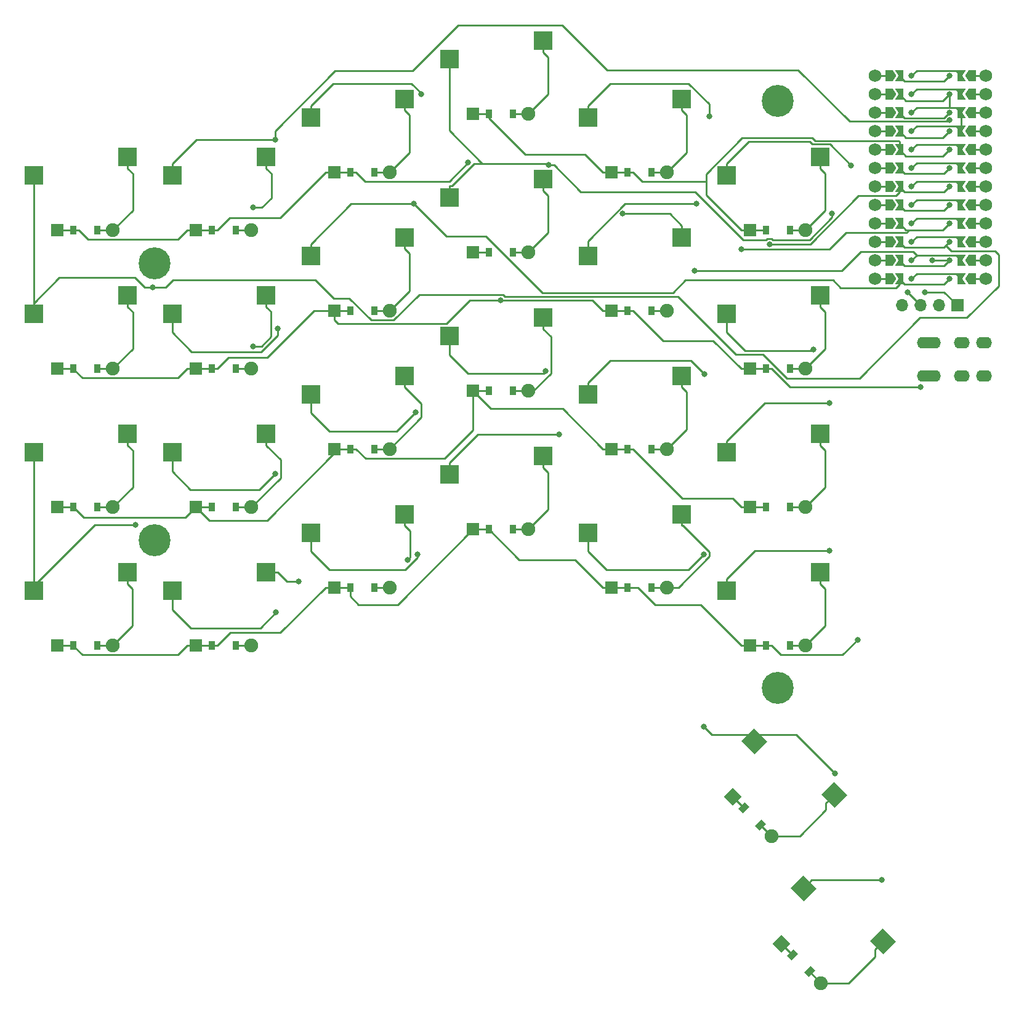
<source format=gbr>
%TF.GenerationSoftware,KiCad,Pcbnew,9.0.3-1.fc42*%
%TF.CreationDate,2025-07-31T15:34:24-03:00*%
%TF.ProjectId,main_pcb,6d61696e-5f70-4636-922e-6b696361645f,v1.0.0*%
%TF.SameCoordinates,Original*%
%TF.FileFunction,Copper,L2,Bot*%
%TF.FilePolarity,Positive*%
%FSLAX46Y46*%
G04 Gerber Fmt 4.6, Leading zero omitted, Abs format (unit mm)*
G04 Created by KiCad (PCBNEW 9.0.3-1.fc42) date 2025-07-31 15:34:24*
%MOMM*%
%LPD*%
G01*
G04 APERTURE LIST*
G04 Aperture macros list*
%AMRotRect*
0 Rectangle, with rotation*
0 The origin of the aperture is its center*
0 $1 length*
0 $2 width*
0 $3 Rotation angle, in degrees counterclockwise*
0 Add horizontal line*
21,1,$1,$2,0,0,$3*%
%AMFreePoly0*
4,1,6,0.500000,-0.750000,-0.500000,-0.750000,-1.000000,0.000000,-0.500000,0.750000,0.500000,0.750000,0.500000,-0.750000,0.500000,-0.750000,$1*%
%AMFreePoly1*
4,1,6,0.150000,0.000000,0.650000,-0.750000,-0.500000,-0.750000,-0.500000,0.750000,0.650000,0.750000,0.150000,0.000000,0.150000,0.000000,$1*%
G04 Aperture macros list end*
%TA.AperFunction,ComponentPad*%
%ADD10R,1.778000X1.778000*%
%TD*%
%TA.AperFunction,SMDPad,CuDef*%
%ADD11R,0.900000X1.200000*%
%TD*%
%TA.AperFunction,ComponentPad*%
%ADD12C,1.905000*%
%TD*%
%TA.AperFunction,SMDPad,CuDef*%
%ADD13RotRect,2.550000X2.500000X315.000000*%
%TD*%
%TA.AperFunction,SMDPad,CuDef*%
%ADD14R,2.550000X2.500000*%
%TD*%
%TA.AperFunction,ComponentPad*%
%ADD15C,1.752600*%
%TD*%
%TA.AperFunction,SMDPad,CuDef*%
%ADD16FreePoly0,180.000000*%
%TD*%
%TA.AperFunction,SMDPad,CuDef*%
%ADD17FreePoly1,180.000000*%
%TD*%
%TA.AperFunction,SMDPad,CuDef*%
%ADD18FreePoly1,0.000000*%
%TD*%
%TA.AperFunction,SMDPad,CuDef*%
%ADD19FreePoly0,0.000000*%
%TD*%
%TA.AperFunction,ComponentPad*%
%ADD20C,0.800000*%
%TD*%
%TA.AperFunction,ComponentPad*%
%ADD21RotRect,1.778000X1.778000X315.000000*%
%TD*%
%TA.AperFunction,SMDPad,CuDef*%
%ADD22RotRect,0.900000X1.200000X315.000000*%
%TD*%
%TA.AperFunction,ComponentPad*%
%ADD23O,2.200000X1.600000*%
%TD*%
%TA.AperFunction,ComponentPad*%
%ADD24C,0.700000*%
%TD*%
%TA.AperFunction,ComponentPad*%
%ADD25C,4.400000*%
%TD*%
%TA.AperFunction,ComponentPad*%
%ADD26R,1.700000X1.700000*%
%TD*%
%TA.AperFunction,ComponentPad*%
%ADD27O,1.700000X1.700000*%
%TD*%
%TA.AperFunction,ViaPad*%
%ADD28C,0.800000*%
%TD*%
%TA.AperFunction,Conductor*%
%ADD29C,0.250000*%
%TD*%
G04 APERTURE END LIST*
D10*
%TO.P,D9,1*%
%TO.N,P18*%
X184290000Y-147000000D03*
D11*
X186450000Y-147000000D03*
%TO.P,D9,2*%
%TO.N,middle_bottom*%
X189750000Y-147000000D03*
D12*
X191910000Y-147000000D03*
%TD*%
D10*
%TO.P,D4,1*%
%TO.N,P21*%
X146190000Y-97850000D03*
D11*
X148350000Y-97850000D03*
%TO.P,D4,2*%
%TO.N,pinky_top*%
X151650000Y-97850000D03*
D12*
X153810000Y-97850000D03*
%TD*%
D10*
%TO.P,D24,1*%
%TO.N,P21*%
X241440000Y-97850000D03*
D11*
X243600000Y-97850000D03*
%TO.P,D24,2*%
%TO.N,aditional_top*%
X246900000Y-97850000D03*
D12*
X249060000Y-97850000D03*
%TD*%
D10*
%TO.P,D18,1*%
%TO.N,P19*%
X222390000Y-127950000D03*
D11*
X224550000Y-127950000D03*
%TO.P,D18,2*%
%TO.N,inner_home*%
X227850000Y-127950000D03*
D12*
X230010000Y-127950000D03*
%TD*%
D10*
%TO.P,D13,1*%
%TO.N,P18*%
X203340000Y-139000000D03*
D11*
X205500000Y-139000000D03*
%TO.P,D13,2*%
%TO.N,index_bottom*%
X208800000Y-139000000D03*
D12*
X210960000Y-139000000D03*
%TD*%
D13*
%TO.P,S26,1*%
%TO.N,P9*%
X248771400Y-188399697D03*
%TO.P,S26,2*%
%TO.N,two_main*%
X259708220Y-195744415D03*
%TD*%
D14*
%TO.P,S22,1*%
%TO.N,P9*%
X238165000Y-128410000D03*
%TO.P,S22,2*%
%TO.N,aditional_home*%
X251092000Y-125870000D03*
%TD*%
%TO.P,S12,1*%
%TO.N,P10*%
X181015000Y-82310000D03*
%TO.P,S12,2*%
%TO.N,middle_top*%
X193942000Y-79770000D03*
%TD*%
%TO.P,S11,1*%
%TO.N,P10*%
X181015000Y-101360000D03*
%TO.P,S11,2*%
%TO.N,middle_num*%
X193942000Y-98820000D03*
%TD*%
D15*
%TO.P,MCU1,*%
%TO.N,5*%
X258599997Y-86759999D03*
%TO.N,2*%
X258599999Y-79140001D03*
%TO.N,7*%
X258599999Y-91840001D03*
%TO.N,9*%
X258599999Y-96919999D03*
%TO.N,10*%
X258599999Y-99459995D03*
%TO.N,8*%
X258600000Y-94380000D03*
%TO.N,11*%
X258600000Y-102000000D03*
%TO.N,3*%
X258600001Y-81679999D03*
%TO.N,4*%
X258600001Y-84220001D03*
%TO.N,6*%
X258600001Y-89300000D03*
%TO.N,12*%
X258600008Y-104539999D03*
%TO.N,1*%
X258600015Y-76600002D03*
D16*
X260504999Y-76600000D03*
%TO.N,8*%
X260504999Y-94380001D03*
%TO.N,10*%
X260504999Y-99459997D03*
%TO.N,12*%
X260504999Y-104540003D03*
%TO.N,2*%
X260505000Y-79140001D03*
%TO.N,3*%
X260505000Y-81680000D03*
%TO.N,4*%
X260505000Y-84219999D03*
%TO.N,11*%
X260505000Y-102000000D03*
%TO.N,5*%
X260505001Y-86760000D03*
%TO.N,7*%
X260505001Y-91839999D03*
%TO.N,6*%
X260505003Y-89300001D03*
%TO.N,9*%
X260505003Y-96920001D03*
D17*
%TO.N,P18*%
X261954993Y-94380000D03*
%TO.N,RST*%
X261954994Y-81680002D03*
%TO.N,P14*%
X261954995Y-99460000D03*
%TO.N,P10*%
X261954995Y-104539999D03*
%TO.N,RAW*%
X261954996Y-76600000D03*
%TO.N,VCC*%
X261954996Y-84220000D03*
%TO.N,P19*%
X261954996Y-91840000D03*
%TO.N,P15*%
X261954996Y-96920000D03*
%TO.N,P16*%
X261954996Y-101999999D03*
%TO.N,GND*%
X261954997Y-79140001D03*
%TO.N,P20*%
X261954997Y-89300000D03*
%TO.N,P21*%
X261954998Y-86760008D03*
D18*
%TO.N,P4*%
X270484993Y-91839986D03*
%TO.N,P0*%
X270484994Y-79139999D03*
%TO.N,GND*%
X270484994Y-84219999D03*
%TO.N,P3*%
X270484994Y-89300007D03*
%TO.N,P6*%
X270484994Y-96920000D03*
%TO.N,P7*%
X270484994Y-99460000D03*
%TO.N,P9*%
X270484994Y-104540000D03*
%TO.N,P1*%
X270484995Y-76600000D03*
%TO.N,GND*%
X270484995Y-81680001D03*
%TO.N,P8*%
X270484995Y-101999999D03*
%TO.N,P5*%
X270484996Y-94380000D03*
%TO.N,P2*%
X270485001Y-86760000D03*
D19*
%TO.N,21*%
X271934997Y-84219999D03*
%TO.N,18*%
X271934997Y-91839999D03*
%TO.N,19*%
X271934999Y-89300001D03*
%TO.N,17*%
X271934999Y-94380000D03*
%TO.N,23*%
X271935000Y-79140000D03*
%TO.N,16*%
X271935000Y-96920001D03*
%TO.N,15*%
X271935000Y-99460000D03*
%TO.N,14*%
X271935000Y-101999999D03*
%TO.N,24*%
X271935001Y-76599997D03*
%TO.N,22*%
X271935001Y-81680003D03*
%TO.N,20*%
X271935001Y-86759999D03*
%TO.N,13*%
X271935001Y-104540000D03*
D15*
X273839985Y-104539998D03*
%TO.N,24*%
X273839992Y-76600001D03*
%TO.N,18*%
X273839999Y-91840000D03*
%TO.N,16*%
X273839999Y-96919999D03*
%TO.N,15*%
X273839999Y-99460001D03*
%TO.N,23*%
X273840000Y-79140000D03*
%TO.N,20*%
X273840000Y-86760000D03*
%TO.N,22*%
X273840001Y-81680005D03*
%TO.N,21*%
X273840001Y-84220001D03*
%TO.N,19*%
X273840001Y-89299999D03*
%TO.N,14*%
X273840001Y-101999999D03*
%TO.N,17*%
X273840003Y-94380001D03*
D20*
%TO.P,MCU1,B+*%
%TO.N,RAW*%
X268840000Y-76599999D03*
%TO.P,MCU1,GND*%
%TO.N,GND*%
X263599997Y-81680004D03*
X263600000Y-84219999D03*
X268840003Y-79140004D03*
%TO.P,MCU1,P0*%
%TO.N,P0*%
X263600001Y-79139999D03*
%TO.P,MCU1,P1*%
%TO.N,P1*%
X263600000Y-76600000D03*
%TO.P,MCU1,P2*%
%TO.N,P2*%
X263599999Y-86760000D03*
%TO.P,MCU1,P3*%
%TO.N,P3*%
X263599999Y-89300001D03*
%TO.P,MCU1,P4*%
%TO.N,P4*%
X263600000Y-91840000D03*
%TO.P,MCU1,P5*%
%TO.N,P5*%
X263600001Y-94379999D03*
%TO.P,MCU1,P6*%
%TO.N,P6*%
X263600001Y-96920000D03*
%TO.P,MCU1,P7*%
%TO.N,P7*%
X263600001Y-99459999D03*
%TO.P,MCU1,P8*%
%TO.N,P8*%
X263599997Y-101999996D03*
%TO.P,MCU1,P9*%
%TO.N,P9*%
X263600000Y-104540001D03*
%TO.P,MCU1,P10*%
%TO.N,P10*%
X268840000Y-104540000D03*
%TO.P,MCU1,P14*%
%TO.N,P14*%
X268840003Y-99459996D03*
%TO.P,MCU1,P15*%
%TO.N,P15*%
X268840000Y-96920001D03*
%TO.P,MCU1,P16*%
%TO.N,P16*%
X268839999Y-102000001D03*
%TO.P,MCU1,P18*%
%TO.N,P18*%
X268840001Y-94380000D03*
%TO.P,MCU1,P19*%
%TO.N,P19*%
X268840001Y-91839999D03*
%TO.P,MCU1,P20*%
%TO.N,P20*%
X268840000Y-89300000D03*
%TO.P,MCU1,P21*%
%TO.N,P21*%
X268839999Y-86760001D03*
%TO.P,MCU1,RST*%
%TO.N,RST*%
X268839999Y-81680001D03*
%TO.P,MCU1,VCC*%
%TO.N,VCC*%
X268839999Y-84220000D03*
%TD*%
D14*
%TO.P,S9,1*%
%TO.N,P10*%
X181015000Y-139460000D03*
%TO.P,S9,2*%
%TO.N,middle_bottom*%
X193942000Y-136920000D03*
%TD*%
D10*
%TO.P,D22,1*%
%TO.N,P19*%
X241440000Y-135950000D03*
D11*
X243600000Y-135950000D03*
%TO.P,D22,2*%
%TO.N,aditional_home*%
X246900000Y-135950000D03*
D12*
X249060000Y-135950000D03*
%TD*%
D10*
%TO.P,D5,1*%
%TO.N,P18*%
X165240000Y-155000000D03*
D11*
X167400000Y-155000000D03*
%TO.P,D5,2*%
%TO.N,ring_bottom*%
X170700000Y-155000000D03*
D12*
X172860000Y-155000000D03*
%TD*%
D14*
%TO.P,S4,1*%
%TO.N,P14*%
X142915000Y-90310000D03*
%TO.P,S4,2*%
%TO.N,pinky_top*%
X155842000Y-87770000D03*
%TD*%
%TO.P,S20,1*%
%TO.N,P8*%
X219115000Y-82310000D03*
%TO.P,S20,2*%
%TO.N,inner_top*%
X232042000Y-79770000D03*
%TD*%
%TO.P,S15,1*%
%TO.N,P7*%
X200065000Y-93360000D03*
%TO.P,S15,2*%
%TO.N,index_num*%
X212992000Y-90820000D03*
%TD*%
D21*
%TO.P,D25,1*%
%TO.N,P15*%
X239020423Y-175841423D03*
D22*
X240547774Y-177368774D03*
%TO.P,D25,2*%
%TO.N,one_main*%
X242881226Y-179702226D03*
D12*
X244408577Y-181229577D03*
%TD*%
D10*
%TO.P,D11,1*%
%TO.N,P20*%
X184290000Y-108900000D03*
D11*
X186450000Y-108900000D03*
%TO.P,D11,2*%
%TO.N,middle_num*%
X189750000Y-108900000D03*
D12*
X191910000Y-108900000D03*
%TD*%
D10*
%TO.P,D1,1*%
%TO.N,P18*%
X146190000Y-155000000D03*
D11*
X148350000Y-155000000D03*
%TO.P,D1,2*%
%TO.N,pinky_bottom*%
X151650000Y-155000000D03*
D12*
X153810000Y-155000000D03*
%TD*%
D10*
%TO.P,D20,1*%
%TO.N,P21*%
X222390000Y-89850000D03*
D11*
X224550000Y-89850000D03*
%TO.P,D20,2*%
%TO.N,inner_top*%
X227850000Y-89850000D03*
D12*
X230010000Y-89850000D03*
%TD*%
D14*
%TO.P,S5,1*%
%TO.N,P16*%
X161965000Y-147460000D03*
%TO.P,S5,2*%
%TO.N,ring_bottom*%
X174892000Y-144920000D03*
%TD*%
D10*
%TO.P,D19,1*%
%TO.N,P20*%
X222390000Y-108900000D03*
D11*
X224550000Y-108900000D03*
%TO.P,D19,2*%
%TO.N,inner_num*%
X227850000Y-108900000D03*
D12*
X230010000Y-108900000D03*
%TD*%
D10*
%TO.P,D14,1*%
%TO.N,P19*%
X203340000Y-119950000D03*
D11*
X205500000Y-119950000D03*
%TO.P,D14,2*%
%TO.N,index_home*%
X208800000Y-119950000D03*
D12*
X210960000Y-119950000D03*
%TD*%
D14*
%TO.P,S8,1*%
%TO.N,P16*%
X161965000Y-90310000D03*
%TO.P,S8,2*%
%TO.N,ring_top*%
X174892000Y-87770000D03*
%TD*%
%TO.P,S10,1*%
%TO.N,P10*%
X181015000Y-120410000D03*
%TO.P,S10,2*%
%TO.N,middle_home*%
X193942000Y-117870000D03*
%TD*%
D10*
%TO.P,D17,1*%
%TO.N,P18*%
X222390000Y-147000000D03*
D11*
X224550000Y-147000000D03*
%TO.P,D17,2*%
%TO.N,inner_bottom*%
X227850000Y-147000000D03*
D12*
X230010000Y-147000000D03*
%TD*%
D10*
%TO.P,D7,1*%
%TO.N,P20*%
X165240000Y-116900000D03*
D11*
X167400000Y-116900000D03*
%TO.P,D7,2*%
%TO.N,ring_num*%
X170700000Y-116900000D03*
D12*
X172860000Y-116900000D03*
%TD*%
D10*
%TO.P,D12,1*%
%TO.N,P21*%
X184290000Y-89850000D03*
D11*
X186450000Y-89850000D03*
%TO.P,D12,2*%
%TO.N,middle_top*%
X189750000Y-89850000D03*
D12*
X191910000Y-89850000D03*
%TD*%
D21*
%TO.P,D26,1*%
%TO.N,P15*%
X245755623Y-196047023D03*
D22*
X247282974Y-197574374D03*
%TO.P,D26,2*%
%TO.N,two_main*%
X249616426Y-199907826D03*
D12*
X251143777Y-201435177D03*
%TD*%
D23*
%TO.P,TRRS1,1*%
%TO.N,VCC*%
X265450000Y-113300000D03*
X265450000Y-117900000D03*
%TO.P,TRRS1,2*%
X266550000Y-113300000D03*
X266550000Y-117900000D03*
%TO.P,TRRS1,3*%
%TO.N,GND*%
X270550000Y-113300000D03*
X270550000Y-117900000D03*
%TO.P,TRRS1,4*%
%TO.N,P0*%
X273550000Y-113300000D03*
X273550000Y-117900000D03*
%TD*%
D14*
%TO.P,S19,1*%
%TO.N,P8*%
X219115000Y-101360000D03*
%TO.P,S19,2*%
%TO.N,inner_num*%
X232042000Y-98820000D03*
%TD*%
D10*
%TO.P,D16,1*%
%TO.N,P21*%
X203340000Y-81850000D03*
D11*
X205500000Y-81850000D03*
%TO.P,D16,2*%
%TO.N,index_top*%
X208800000Y-81850000D03*
D12*
X210960000Y-81850000D03*
%TD*%
D14*
%TO.P,S1,1*%
%TO.N,P14*%
X142915000Y-147460000D03*
%TO.P,S1,2*%
%TO.N,pinky_bottom*%
X155842000Y-144920000D03*
%TD*%
%TO.P,S6,1*%
%TO.N,P16*%
X161965000Y-128410000D03*
%TO.P,S6,2*%
%TO.N,ring_home*%
X174892000Y-125870000D03*
%TD*%
%TO.P,S7,1*%
%TO.N,P16*%
X161965000Y-109360000D03*
%TO.P,S7,2*%
%TO.N,ring_num*%
X174892000Y-106820000D03*
%TD*%
D10*
%TO.P,D10,1*%
%TO.N,P19*%
X184290000Y-127950000D03*
D11*
X186450000Y-127950000D03*
%TO.P,D10,2*%
%TO.N,middle_home*%
X189750000Y-127950000D03*
D12*
X191910000Y-127950000D03*
%TD*%
D14*
%TO.P,S16,1*%
%TO.N,P7*%
X200065000Y-74310000D03*
%TO.P,S16,2*%
%TO.N,index_top*%
X212992000Y-71770000D03*
%TD*%
%TO.P,S17,1*%
%TO.N,P8*%
X219115000Y-139460000D03*
%TO.P,S17,2*%
%TO.N,inner_bottom*%
X232042000Y-136920000D03*
%TD*%
%TO.P,S13,1*%
%TO.N,P7*%
X200065000Y-131460000D03*
%TO.P,S13,2*%
%TO.N,index_bottom*%
X212992000Y-128920000D03*
%TD*%
%TO.P,S18,1*%
%TO.N,P8*%
X219115000Y-120410000D03*
%TO.P,S18,2*%
%TO.N,inner_home*%
X232042000Y-117870000D03*
%TD*%
D24*
%TO.P,_3,1*%
%TO.N,N/C*%
X243600000Y-80086500D03*
X244083274Y-78919774D03*
X244083274Y-81253226D03*
X245250000Y-78436500D03*
D25*
X245250000Y-80086500D03*
D24*
X245250000Y-81736500D03*
X246416726Y-78919774D03*
X246416726Y-81253226D03*
X246900000Y-80086500D03*
%TD*%
D10*
%TO.P,D6,1*%
%TO.N,P19*%
X165240000Y-135950000D03*
D11*
X167400000Y-135950000D03*
%TO.P,D6,2*%
%TO.N,ring_home*%
X170700000Y-135950000D03*
D12*
X172860000Y-135950000D03*
%TD*%
D14*
%TO.P,S21,1*%
%TO.N,P9*%
X238165000Y-147460000D03*
%TO.P,S21,2*%
%TO.N,aditional_bottom*%
X251092000Y-144920000D03*
%TD*%
D10*
%TO.P,D3,1*%
%TO.N,P20*%
X146190000Y-116900000D03*
D11*
X148350000Y-116900000D03*
%TO.P,D3,2*%
%TO.N,pinky_num*%
X151650000Y-116900000D03*
D12*
X153810000Y-116900000D03*
%TD*%
D10*
%TO.P,D2,1*%
%TO.N,P19*%
X146190000Y-135950000D03*
D11*
X148350000Y-135950000D03*
%TO.P,D2,2*%
%TO.N,pinky_home*%
X151650000Y-135950000D03*
D12*
X153810000Y-135950000D03*
%TD*%
D10*
%TO.P,D21,1*%
%TO.N,P18*%
X241440000Y-155000000D03*
D11*
X243600000Y-155000000D03*
%TO.P,D21,2*%
%TO.N,aditional_bottom*%
X246900000Y-155000000D03*
D12*
X249060000Y-155000000D03*
%TD*%
D13*
%TO.P,S25,1*%
%TO.N,P8*%
X242036200Y-168194097D03*
%TO.P,S25,2*%
%TO.N,one_main*%
X252973020Y-175538815D03*
%TD*%
D10*
%TO.P,D23,1*%
%TO.N,P20*%
X241440000Y-116900000D03*
D11*
X243600000Y-116900000D03*
%TO.P,D23,2*%
%TO.N,aditional_num*%
X246900000Y-116900000D03*
D12*
X249060000Y-116900000D03*
%TD*%
D14*
%TO.P,S23,1*%
%TO.N,P9*%
X238165000Y-109360000D03*
%TO.P,S23,2*%
%TO.N,aditional_num*%
X251092000Y-106820000D03*
%TD*%
D24*
%TO.P,_4,1*%
%TO.N,N/C*%
X243600000Y-160858500D03*
X244083274Y-159691774D03*
X244083274Y-162025226D03*
X245250000Y-159208500D03*
D25*
X245250000Y-160858500D03*
D24*
X245250000Y-162508500D03*
X246416726Y-159691774D03*
X246416726Y-162025226D03*
X246900000Y-160858500D03*
%TD*%
D14*
%TO.P,S3,1*%
%TO.N,P14*%
X142915000Y-109360000D03*
%TO.P,S3,2*%
%TO.N,pinky_num*%
X155842000Y-106820000D03*
%TD*%
D24*
%TO.P,_1,1*%
%TO.N,N/C*%
X157875000Y-102375000D03*
X158358274Y-101208274D03*
X158358274Y-103541726D03*
X159525000Y-100725000D03*
D25*
X159525000Y-102375000D03*
D24*
X159525000Y-104025000D03*
X160691726Y-101208274D03*
X160691726Y-103541726D03*
X161175000Y-102375000D03*
%TD*%
D14*
%TO.P,S14,1*%
%TO.N,P7*%
X200065000Y-112410000D03*
%TO.P,S14,2*%
%TO.N,index_home*%
X212992000Y-109870000D03*
%TD*%
D26*
%TO.P,OLED1,1*%
%TO.N,GND*%
X269940000Y-108200000D03*
D27*
%TO.P,OLED1,2*%
%TO.N,VCC*%
X267400000Y-108200000D03*
%TO.P,OLED1,3*%
%TO.N,P3*%
X264860000Y-108200000D03*
%TO.P,OLED1,4*%
%TO.N,P2*%
X262320000Y-108200000D03*
%TD*%
D14*
%TO.P,S2,1*%
%TO.N,P14*%
X142915000Y-128410000D03*
%TO.P,S2,2*%
%TO.N,pinky_home*%
X155842000Y-125870000D03*
%TD*%
D24*
%TO.P,_2,1*%
%TO.N,N/C*%
X157875000Y-140475000D03*
X158358274Y-139308274D03*
X158358274Y-141641726D03*
X159525000Y-138825000D03*
D25*
X159525000Y-140475000D03*
D24*
X159525000Y-142125000D03*
X160691726Y-139308274D03*
X160691726Y-141641726D03*
X161175000Y-140475000D03*
%TD*%
D10*
%TO.P,D8,1*%
%TO.N,P21*%
X165240000Y-97850000D03*
D11*
X167400000Y-97850000D03*
%TO.P,D8,2*%
%TO.N,ring_top*%
X170700000Y-97850000D03*
D12*
X172860000Y-97850000D03*
%TD*%
D10*
%TO.P,D15,1*%
%TO.N,P20*%
X203340000Y-100900000D03*
D11*
X205500000Y-100900000D03*
%TO.P,D15,2*%
%TO.N,index_num*%
X208800000Y-100900000D03*
D12*
X210960000Y-100900000D03*
%TD*%
D14*
%TO.P,S24,1*%
%TO.N,P9*%
X238165000Y-90310000D03*
%TO.P,S24,2*%
%TO.N,aditional_top*%
X251092000Y-87770000D03*
%TD*%
D28*
%TO.N,P9*%
X252335000Y-121600000D03*
%TO.N,P14*%
X159304600Y-105695200D03*
X156940300Y-138411300D03*
%TO.N,P16*%
X176095400Y-85369300D03*
X176135000Y-131351400D03*
X266464600Y-102000000D03*
X268870400Y-82725000D03*
X176464800Y-111411500D03*
X176239000Y-150457500D03*
%TO.N,ring_bottom*%
X179322100Y-146206200D03*
%TO.N,ring_num*%
X173115600Y-113823000D03*
%TO.N,ring_top*%
X173115600Y-94697200D03*
%TO.N,P10*%
X195185000Y-94216600D03*
X195732000Y-142458300D03*
X196200000Y-79119100D03*
X195458500Y-122935300D03*
%TO.N,middle_bottom*%
X194374000Y-143221300D03*
%TO.N,P7*%
X252682300Y-95571700D03*
X213314600Y-117257900D03*
X213699400Y-88893900D03*
X215125400Y-125940300D03*
%TO.N,P8*%
X235061400Y-166202200D03*
X233813900Y-103412300D03*
X235807500Y-82219000D03*
X235061400Y-142456700D03*
X234085900Y-94216600D03*
X235186000Y-117686100D03*
X253061400Y-172618200D03*
%TO.N,inner_num*%
X223920000Y-95579500D03*
%TO.N,P9*%
X252335000Y-141938700D03*
X259491000Y-187279800D03*
X250103400Y-114248500D03*
X255300500Y-88914700D03*
%TO.N,P18*%
X256220400Y-154204600D03*
%TO.N,P19*%
X244084100Y-99766800D03*
%TO.N,P20*%
X207149800Y-107466500D03*
X264892000Y-119400800D03*
%TO.N,P21*%
X202624700Y-88565500D03*
%TO.N,P15*%
X240248900Y-100503800D03*
%TO.N,GND*%
X265464200Y-106370000D03*
%TO.N,P3*%
X263058000Y-106398000D03*
%TD*%
D29*
%TO.N,P9*%
X238165000Y-88733300D02*
X238165000Y-90310000D01*
X255300500Y-88914700D02*
X252391700Y-86005900D01*
X249942200Y-86005900D02*
X249604500Y-85668200D01*
X241230100Y-85668200D02*
X238165000Y-88733300D01*
X252391700Y-86005900D02*
X249942200Y-86005900D01*
X249604500Y-85668200D02*
X241230100Y-85668200D01*
%TO.N,P15*%
X252317900Y-100503800D02*
X254631700Y-98190000D01*
X240248900Y-100503800D02*
X252317900Y-100503800D01*
X254631700Y-98190000D02*
X262930400Y-98190000D01*
X262930400Y-98190000D02*
X263313700Y-97806700D01*
%TO.N,P9*%
X238165000Y-128410000D02*
X238165000Y-126910000D01*
X238165000Y-126910000D02*
X243475000Y-121600000D01*
X243475000Y-121600000D02*
X252335000Y-121600000D01*
%TO.N,P19*%
X241440000Y-135950000D02*
X243600000Y-135950000D01*
%TO.N,P20*%
X167400000Y-116900000D02*
X168176700Y-116900000D01*
X169719400Y-115357300D02*
X175042700Y-115357300D01*
X168176700Y-116900000D02*
X169719400Y-115357300D01*
X175042700Y-115357300D02*
X181500000Y-108900000D01*
X181500000Y-108900000D02*
X184290000Y-108900000D01*
%TO.N,P14*%
X142915000Y-109360000D02*
X142915000Y-107885000D01*
X142915000Y-107885000D02*
X146400000Y-104400000D01*
X146400000Y-104400000D02*
X156851513Y-104400000D01*
X156851513Y-104400000D02*
X158146713Y-105695200D01*
X158146713Y-105695200D02*
X159304600Y-105695200D01*
X231530000Y-106967900D02*
X239495100Y-114933000D01*
X159304600Y-105695200D02*
X161099800Y-105695200D01*
X243205500Y-114933000D02*
X246487300Y-118214800D01*
X207424200Y-106712900D02*
X207679200Y-106967900D01*
X264796500Y-109874400D02*
X271242025Y-109874400D01*
X195922000Y-106712900D02*
X207424200Y-106712900D01*
X192403100Y-110231800D02*
X195922000Y-106712900D01*
X186274400Y-107205800D02*
X189300400Y-110231800D01*
X189300400Y-110231800D02*
X192403100Y-110231800D01*
X239495100Y-114933000D02*
X243205500Y-114933000D01*
X162106600Y-104688400D02*
X181677300Y-104688400D01*
X269064000Y-100684000D02*
X268340000Y-99960000D01*
X181677300Y-104688400D02*
X184194700Y-107205800D01*
X207679200Y-106967900D02*
X231530000Y-106967900D01*
X246487300Y-118214800D02*
X256456100Y-118214800D01*
X184194700Y-107205800D02*
X186274400Y-107205800D01*
X161099800Y-105695200D02*
X162106600Y-104688400D01*
X256456100Y-118214800D02*
X264796500Y-109874400D01*
X271242025Y-109874400D02*
X275600000Y-105516425D01*
X275600000Y-105516425D02*
X275600000Y-101200000D01*
X275600000Y-101200000D02*
X275084000Y-100684000D01*
X275084000Y-100684000D02*
X269064000Y-100684000D01*
X142915000Y-90310000D02*
X142915000Y-109360000D01*
X156940300Y-138411300D02*
X151315635Y-138411300D01*
X151315635Y-138411300D02*
X142915000Y-146811935D01*
X142915000Y-146811935D02*
X142915000Y-147460000D01*
%TO.N,P19*%
X256343400Y-93110100D02*
X261439896Y-93110100D01*
X261439896Y-93110100D02*
X261954996Y-92595000D01*
X261954996Y-92595000D02*
X261954996Y-91840000D01*
X261954996Y-91840000D02*
X262680996Y-92566000D01*
X262680996Y-92566000D02*
X268114000Y-92566000D01*
X268114000Y-92566000D02*
X268840001Y-91839999D01*
X244084100Y-99766800D02*
X249686700Y-99766800D01*
X249686700Y-99766800D02*
X256343400Y-93110100D01*
X203340000Y-119950000D02*
X205803500Y-122413500D01*
X205803500Y-122413500D02*
X215637800Y-122413500D01*
X199395300Y-129294900D02*
X203340000Y-125350200D01*
X203340000Y-125350200D02*
X203340000Y-119950000D01*
X165240000Y-135950000D02*
X167090000Y-137800000D01*
X167090000Y-137800000D02*
X175000000Y-137800000D01*
X175000000Y-137800000D02*
X184290000Y-128510000D01*
X184290000Y-128510000D02*
X184290000Y-127950000D01*
X148350000Y-135950000D02*
X149800000Y-137400000D01*
X149800000Y-137400000D02*
X163790000Y-137400000D01*
X163790000Y-137400000D02*
X165240000Y-135950000D01*
%TO.N,P18*%
X205500000Y-139000000D02*
X209700000Y-143200000D01*
X209700000Y-143200000D02*
X217374300Y-143200000D01*
X221174300Y-147000000D02*
X222390000Y-147000000D01*
X217374300Y-143200000D02*
X221174300Y-147000000D01*
X186450000Y-147000000D02*
X186450000Y-148250000D01*
X186450000Y-148250000D02*
X187600000Y-149400000D01*
X187600000Y-149400000D02*
X192940000Y-149400000D01*
X192940000Y-149400000D02*
X203340000Y-139000000D01*
X241440000Y-155000000D02*
X240224300Y-155000000D01*
X240224300Y-155000000D02*
X234624300Y-149400000D01*
X234624300Y-149400000D02*
X228400000Y-149400000D01*
X228400000Y-149400000D02*
X226000000Y-147000000D01*
X226000000Y-147000000D02*
X224550000Y-147000000D01*
%TO.N,P14*%
X268115000Y-100185000D02*
X268340000Y-99960000D01*
X262680000Y-100185000D02*
X268115000Y-100185000D01*
X268840000Y-99531700D02*
X268840000Y-99460000D01*
X268340000Y-99960000D02*
X268840000Y-99460000D01*
X142915000Y-128410000D02*
X142915000Y-138411300D01*
X142915000Y-138411300D02*
X142915000Y-147460000D01*
X261955000Y-99460000D02*
X262680000Y-100185000D01*
%TO.N,pinky_bottom*%
X155842000Y-144920000D02*
X155842000Y-146496700D01*
X156526600Y-152283400D02*
X156526600Y-147181300D01*
X153810000Y-155000000D02*
X156526600Y-152283400D01*
X151650000Y-155000000D02*
X153810000Y-155000000D01*
X156526600Y-147181300D02*
X155842000Y-146496700D01*
%TO.N,pinky_home*%
X156548800Y-128153500D02*
X155842000Y-127446700D01*
X156548800Y-133211200D02*
X156548800Y-128153500D01*
X153810000Y-135950000D02*
X156548800Y-133211200D01*
X151650000Y-135950000D02*
X153810000Y-135950000D01*
X155842000Y-125870000D02*
X155842000Y-127446700D01*
%TO.N,pinky_num*%
X151650000Y-116900000D02*
X153810000Y-116900000D01*
X155842000Y-106820000D02*
X155842000Y-108396700D01*
X155842000Y-108396700D02*
X156556000Y-109110700D01*
X156556000Y-109110700D02*
X156556000Y-114154000D01*
X156556000Y-114154000D02*
X153810000Y-116900000D01*
%TO.N,pinky_top*%
X156539800Y-90044500D02*
X156539800Y-95120200D01*
X156539800Y-95120200D02*
X153810000Y-97850000D01*
X155842000Y-89346700D02*
X156539800Y-90044500D01*
X153810000Y-97850000D02*
X151650000Y-97850000D01*
X155842000Y-87770000D02*
X155842000Y-89346700D01*
%TO.N,P16*%
X201273500Y-69648900D02*
X194975600Y-75946800D01*
X161965000Y-111938800D02*
X164609400Y-114583200D01*
X221779900Y-75800000D02*
X215628800Y-69648900D01*
X268840000Y-102072000D02*
X268840000Y-102036000D01*
X266464600Y-102000000D02*
X268839999Y-102000001D01*
X161965000Y-131032200D02*
X161965000Y-128410000D01*
X194975600Y-75946800D02*
X184320700Y-75946800D01*
X176464800Y-112284200D02*
X176464800Y-111411500D01*
X184320700Y-75946800D02*
X176095400Y-84172100D01*
X268115000Y-102725000D02*
X268840000Y-102000000D01*
X161965000Y-90310000D02*
X161965000Y-88733300D01*
X268840000Y-102036000D02*
X268840000Y-102000000D01*
X164519800Y-152599000D02*
X174097500Y-152599000D01*
X161965000Y-88733300D02*
X165328900Y-85369400D01*
X262680000Y-102725000D02*
X268115000Y-102725000D01*
X176135000Y-131351400D02*
X173949400Y-133537000D01*
X176095400Y-84172100D02*
X176095400Y-85369300D01*
X176464800Y-111411500D02*
X176299900Y-111411500D01*
X268701700Y-82893700D02*
X255093700Y-82893700D01*
X261955000Y-102000000D02*
X262680000Y-102725000D01*
X161965000Y-150044200D02*
X164519800Y-152599000D01*
X165328900Y-85369400D02*
X176095400Y-85369400D01*
X173949400Y-133537000D02*
X164469800Y-133537000D01*
X161965000Y-147460000D02*
X161965000Y-150044200D01*
X176095400Y-85369400D02*
X176095400Y-85369300D01*
X176299900Y-111411500D02*
X176464800Y-111411500D01*
X268870400Y-82725000D02*
X268701700Y-82893700D01*
X164609400Y-114583200D02*
X174165800Y-114583200D01*
X215628800Y-69648900D02*
X201273500Y-69648900D01*
X164469800Y-133537000D02*
X161965000Y-131032200D01*
X161965000Y-109360000D02*
X161965000Y-111938800D01*
X174165800Y-114583200D02*
X176464800Y-112284200D01*
X174097500Y-152599000D02*
X176239000Y-150457500D01*
X248000000Y-75800000D02*
X221779900Y-75800000D01*
X255093700Y-82893700D02*
X248000000Y-75800000D01*
%TO.N,ring_bottom*%
X170700000Y-155000000D02*
X172860000Y-155000000D01*
X174892000Y-144920000D02*
X176493700Y-144920000D01*
X177779900Y-146206200D02*
X176493700Y-144920000D01*
X179322100Y-146206200D02*
X177779900Y-146206200D01*
%TO.N,ring_home*%
X170700000Y-135950000D02*
X172860000Y-135950000D01*
X176866500Y-129421200D02*
X174892000Y-127446700D01*
X174892000Y-125870000D02*
X174892000Y-127446700D01*
X172860000Y-135950000D02*
X176866500Y-131943500D01*
X176866500Y-131943500D02*
X176866500Y-129421200D01*
%TO.N,ring_num*%
X174892000Y-108396700D02*
X175557600Y-109062300D01*
X174892000Y-106820000D02*
X174892000Y-108396700D01*
X171476700Y-116900000D02*
X172860000Y-116900000D01*
X174235500Y-113823000D02*
X173115600Y-113823000D01*
X175557600Y-109062300D02*
X175557600Y-112500900D01*
X175557600Y-112500900D02*
X174235500Y-113823000D01*
X170700000Y-116900000D02*
X171476700Y-116900000D01*
%TO.N,ring_top*%
X174892000Y-89346700D02*
X175594300Y-90049000D01*
X175594300Y-93404800D02*
X174301900Y-94697200D01*
X174301900Y-94697200D02*
X173115600Y-94697200D01*
X175594300Y-90049000D02*
X175594300Y-93404800D01*
X170700000Y-97850000D02*
X172860000Y-97850000D01*
X174892000Y-87770000D02*
X174892000Y-89346700D01*
%TO.N,P10*%
X181015000Y-122986300D02*
X183581500Y-125552800D01*
X261954995Y-105294999D02*
X261954995Y-104539999D01*
X199633600Y-98665200D02*
X195185000Y-94216600D01*
X196200000Y-78984500D02*
X196200000Y-79119100D01*
X252800000Y-104732000D02*
X232542700Y-104732000D01*
X262874800Y-105265000D02*
X268115000Y-105265000D01*
X181015000Y-101360000D02*
X181015000Y-99783300D01*
X181015000Y-139460000D02*
X181015000Y-142071200D01*
X184087400Y-77660900D02*
X194876400Y-77660900D01*
X195732000Y-142891000D02*
X195732000Y-142458300D01*
X262680000Y-105265000D02*
X262874800Y-105265000D01*
X194876400Y-77660900D02*
X196200000Y-78984500D01*
X205050300Y-98665200D02*
X199633600Y-98665200D01*
X194023700Y-144599300D02*
X195732000Y-142891000D01*
X192841000Y-125552800D02*
X195458500Y-122935300D01*
X181015000Y-120410000D02*
X181015000Y-122986300D01*
X268115000Y-105265000D02*
X268840000Y-104540000D01*
X230804100Y-106470600D02*
X212855700Y-106470600D01*
X181015000Y-99783300D02*
X186581700Y-94216600D01*
X232542700Y-104732000D02*
X230804100Y-106470600D01*
X252800000Y-104732000D02*
X253868000Y-105800000D01*
X181015000Y-82310000D02*
X181015000Y-80733300D01*
X261955000Y-104540000D02*
X262680000Y-105265000D01*
X186581700Y-94216600D02*
X195185000Y-94216600D01*
X181015000Y-80733300D02*
X184087400Y-77660900D01*
X183543100Y-144599300D02*
X194023700Y-144599300D01*
X253868000Y-105800000D02*
X261449994Y-105800000D01*
X183581500Y-125552800D02*
X192841000Y-125552800D01*
X261449994Y-105800000D02*
X261954995Y-105294999D01*
X212855700Y-106470600D02*
X205050300Y-98665200D01*
X181015000Y-142071200D02*
X183543100Y-144599300D01*
%TO.N,middle_bottom*%
X194670500Y-142924800D02*
X194670500Y-139225200D01*
X193942000Y-136920000D02*
X193942000Y-138496700D01*
X191910000Y-147000000D02*
X189750000Y-147000000D01*
X194374000Y-143221300D02*
X194670500Y-142924800D01*
X194670500Y-139225200D02*
X193942000Y-138496700D01*
%TO.N,middle_home*%
X191910000Y-127950000D02*
X196236100Y-123623900D01*
X196236100Y-123623900D02*
X196236100Y-121740800D01*
X193942000Y-117870000D02*
X193942000Y-119446700D01*
X189750000Y-127950000D02*
X191910000Y-127950000D01*
X196236100Y-121740800D02*
X193942000Y-119446700D01*
%TO.N,middle_num*%
X194612600Y-101067300D02*
X193942000Y-100396700D01*
X191910000Y-108900000D02*
X194612600Y-106197400D01*
X193942000Y-98820000D02*
X193942000Y-100396700D01*
X191910000Y-108900000D02*
X189750000Y-108900000D01*
X194612600Y-106197400D02*
X194612600Y-101067300D01*
%TO.N,middle_top*%
X191910000Y-89850000D02*
X190526700Y-89850000D01*
X194616600Y-82021300D02*
X194616600Y-87143400D01*
X194616600Y-87143400D02*
X191910000Y-89850000D01*
X193942000Y-79770000D02*
X193942000Y-81346700D01*
X189750000Y-89850000D02*
X190526700Y-89850000D01*
X193942000Y-81346700D02*
X194616600Y-82021300D01*
%TO.N,P7*%
X200065000Y-131460000D02*
X200065000Y-129883300D01*
X270485000Y-99460000D02*
X269760000Y-98735000D01*
X200065000Y-91783300D02*
X200434600Y-91783300D01*
X252682300Y-96097200D02*
X249586200Y-99193300D01*
X264325000Y-98735000D02*
X263600000Y-99460000D01*
X200065000Y-84164100D02*
X204600000Y-88699100D01*
X203518800Y-88699100D02*
X204400000Y-88699100D01*
X244385100Y-99040100D02*
X243783200Y-99040100D01*
X200434600Y-91783300D02*
X203518800Y-88699100D01*
X240487400Y-99193300D02*
X233861500Y-92567400D01*
X249586200Y-99193300D02*
X244538300Y-99193300D01*
X244538300Y-99193300D02*
X244385100Y-99040100D01*
X204008000Y-125940300D02*
X215125400Y-125940300D01*
X218131900Y-92567400D02*
X214458400Y-88893900D01*
X200065000Y-115011100D02*
X200065000Y-112410000D01*
X233861500Y-92567400D02*
X218131900Y-92567400D01*
X252682300Y-95571700D02*
X252682300Y-96097200D01*
X214458400Y-88893900D02*
X213699400Y-88893900D01*
X213024900Y-117547600D02*
X202601500Y-117547600D01*
X200065000Y-93360000D02*
X200065000Y-91783300D01*
X200065000Y-74310000D02*
X200065000Y-84164100D01*
X213504600Y-88699100D02*
X213699400Y-88893900D01*
X203600000Y-88699100D02*
X204600000Y-88699100D01*
X269760000Y-98735000D02*
X264325000Y-98735000D01*
X243630000Y-99193300D02*
X240487400Y-99193300D01*
X202601500Y-117547600D02*
X200065000Y-115011100D01*
X243783200Y-99040100D02*
X243630000Y-99193300D01*
X204600000Y-88699100D02*
X213504600Y-88699100D01*
X200065000Y-129883300D02*
X204008000Y-125940300D01*
X213314600Y-117257900D02*
X213024900Y-117547600D01*
%TO.N,index_bottom*%
X212992000Y-128920000D02*
X212992000Y-130496700D01*
X213672800Y-131177500D02*
X212992000Y-130496700D01*
X213672800Y-136287200D02*
X213672800Y-131177500D01*
X208800000Y-139000000D02*
X210960000Y-139000000D01*
X210960000Y-139000000D02*
X213672800Y-136287200D01*
%TO.N,index_home*%
X212992000Y-109870000D02*
X212992000Y-111446700D01*
X208800000Y-119950000D02*
X209576700Y-119950000D01*
X210960000Y-119950000D02*
X209576700Y-119950000D01*
X210960000Y-119950000D02*
X211650200Y-119950000D01*
X214041300Y-117558900D02*
X214041300Y-112496000D01*
X211650200Y-119950000D02*
X214041300Y-117558900D01*
X214041300Y-112496000D02*
X212992000Y-111446700D01*
%TO.N,index_num*%
X213672800Y-93077500D02*
X212992000Y-92396700D01*
X212992000Y-90820000D02*
X212992000Y-92396700D01*
X210960000Y-100900000D02*
X213672800Y-98187200D01*
X213672800Y-98187200D02*
X213672800Y-93077500D01*
X208800000Y-100900000D02*
X210960000Y-100900000D01*
%TO.N,index_top*%
X213658500Y-74013200D02*
X212992000Y-73346700D01*
X210960000Y-81850000D02*
X213658500Y-79151500D01*
X208800000Y-81850000D02*
X210960000Y-81850000D01*
X212992000Y-71770000D02*
X212992000Y-73346700D01*
X213658500Y-79151500D02*
X213658500Y-74013200D01*
%TO.N,P8*%
X232955100Y-77667700D02*
X235807500Y-80520100D01*
X242036200Y-168194100D02*
X242924900Y-167305400D01*
X219115000Y-118833300D02*
X222173000Y-115775300D01*
X236164600Y-167305400D02*
X235061400Y-166202200D01*
X219115000Y-142043400D02*
X219115000Y-139460000D01*
X222173000Y-115775300D02*
X233275200Y-115775300D01*
X247748600Y-167305400D02*
X242924900Y-167305400D01*
X219115000Y-99356900D02*
X219115000Y-99783300D01*
X232943900Y-144574200D02*
X221645800Y-144574200D01*
X269760000Y-101275000D02*
X264325000Y-101275000D01*
X254001500Y-103412300D02*
X233813900Y-103412300D01*
X219115000Y-120410000D02*
X219115000Y-118833300D01*
X256637800Y-100776000D02*
X254001500Y-103412300D01*
X264325000Y-101275000D02*
X263826000Y-100776000D01*
X235061400Y-142456700D02*
X232943900Y-144574200D01*
X219115000Y-101360000D02*
X219115000Y-99783300D01*
X263826000Y-100776000D02*
X256637800Y-100776000D01*
X219115000Y-82310000D02*
X219115000Y-80733300D01*
X235807500Y-80520100D02*
X235807500Y-82219000D01*
X270485000Y-102000000D02*
X269760000Y-101275000D01*
X222180600Y-77667700D02*
X232955100Y-77667700D01*
X234085900Y-94216600D02*
X224255300Y-94216600D01*
X233275200Y-115775300D02*
X235186000Y-117686100D01*
X221645800Y-144574200D02*
X219115000Y-142043400D01*
X219115000Y-80733300D02*
X222180600Y-77667700D01*
X224255300Y-94216600D02*
X219115000Y-99356900D01*
X253061400Y-172618200D02*
X247748600Y-167305400D01*
X242924900Y-167305400D02*
X236164600Y-167305400D01*
X264325000Y-101275000D02*
X263600000Y-102000000D01*
%TO.N,inner_bottom*%
X232042000Y-136920000D02*
X232042000Y-138496700D01*
X230010000Y-147000000D02*
X227850000Y-147000000D01*
X235809300Y-142165500D02*
X235809300Y-142758000D01*
X235809300Y-142758000D02*
X231567300Y-147000000D01*
X232042000Y-138496700D02*
X232140500Y-138496700D01*
X231567300Y-147000000D02*
X230010000Y-147000000D01*
X232140500Y-138496700D02*
X235809300Y-142165500D01*
%TO.N,inner_home*%
X230010000Y-127950000D02*
X227850000Y-127950000D01*
X232042000Y-119446700D02*
X232715800Y-120120500D01*
X232715800Y-120120500D02*
X232715800Y-125244200D01*
X232715800Y-125244200D02*
X230010000Y-127950000D01*
X232042000Y-117870000D02*
X232042000Y-119446700D01*
%TO.N,inner_num*%
X232042000Y-98820000D02*
X232042000Y-97243300D01*
X227850000Y-108900000D02*
X230010000Y-108900000D01*
X232042000Y-97243300D02*
X230378200Y-95579500D01*
X230378200Y-95579500D02*
X223920000Y-95579500D01*
%TO.N,inner_top*%
X230010000Y-89850000D02*
X232708500Y-87151500D01*
X232708500Y-87151500D02*
X232708500Y-82013200D01*
X232708500Y-82013200D02*
X232042000Y-81346700D01*
X227850000Y-89850000D02*
X230010000Y-89850000D01*
X232042000Y-79770000D02*
X232042000Y-81346700D01*
%TO.N,P9*%
X249870600Y-114481300D02*
X250103400Y-114248500D01*
X269760000Y-103815000D02*
X264325000Y-103815000D01*
X242656000Y-141938700D02*
X252335000Y-141938700D01*
X248771400Y-188399700D02*
X249891300Y-187279800D01*
X238165000Y-111914800D02*
X240731500Y-114481300D01*
X238165000Y-147460000D02*
X238165000Y-145883300D01*
X242109600Y-141938700D02*
X242656000Y-141938700D01*
X264325000Y-103815000D02*
X263600000Y-104540000D01*
X238165000Y-109360000D02*
X238165000Y-111914800D01*
X238165000Y-145883300D02*
X242109600Y-141938700D01*
X240731500Y-114481300D02*
X249870600Y-114481300D01*
X249891300Y-187279800D02*
X259491000Y-187279800D01*
X270485000Y-104540000D02*
X269760000Y-103815000D01*
%TO.N,aditional_bottom*%
X249060000Y-155000000D02*
X246900000Y-155000000D01*
X251092000Y-146496700D02*
X251773500Y-147178200D01*
X251773500Y-152286500D02*
X249060000Y-155000000D01*
X251092000Y-144920000D02*
X251092000Y-146496700D01*
X251773500Y-147178200D02*
X251773500Y-152286500D01*
%TO.N,aditional_home*%
X251092000Y-125870000D02*
X251092000Y-127446700D01*
X251092000Y-127446700D02*
X251773500Y-128128200D01*
X246900000Y-135950000D02*
X249060000Y-135950000D01*
X251773500Y-133236500D02*
X249060000Y-135950000D01*
X251773500Y-128128200D02*
X251773500Y-133236500D01*
%TO.N,aditional_num*%
X251766600Y-109071300D02*
X251766600Y-114193400D01*
X249060000Y-116900000D02*
X247676700Y-116900000D01*
X251092000Y-106820000D02*
X251092000Y-108396700D01*
X251766600Y-114193400D02*
X249060000Y-116900000D01*
X251092000Y-108396700D02*
X251766600Y-109071300D01*
X246900000Y-116900000D02*
X247676700Y-116900000D01*
%TO.N,aditional_top*%
X246900000Y-97850000D02*
X249060000Y-97850000D01*
X251092000Y-87770000D02*
X251092000Y-89346700D01*
X251758600Y-95151400D02*
X251758600Y-90013300D01*
X251758600Y-90013300D02*
X251092000Y-89346700D01*
X249060000Y-97850000D02*
X251758600Y-95151400D01*
%TO.N,one_main*%
X251858100Y-176653800D02*
X251858100Y-177633700D01*
X251858100Y-176653700D02*
X251858100Y-176653800D01*
X252973000Y-175538800D02*
X251858100Y-176653700D01*
X244408600Y-181229600D02*
X242881200Y-179702200D01*
X251858100Y-177633700D02*
X248262200Y-181229600D01*
X248262200Y-181229600D02*
X244408600Y-181229600D01*
%TO.N,two_main*%
X258593300Y-196859300D02*
X258593300Y-196859400D01*
X259708200Y-195744400D02*
X258593300Y-196859300D01*
X258593300Y-197801800D02*
X254959900Y-201435200D01*
X258593300Y-196859400D02*
X258593300Y-197801800D01*
X251143800Y-201435200D02*
X249616400Y-199907800D01*
X254959900Y-201435200D02*
X251143800Y-201435200D01*
%TO.N,P18*%
X245659700Y-156283000D02*
X244376700Y-155000000D01*
X167400000Y-155000000D02*
X165240000Y-155000000D01*
X169950300Y-153226400D02*
X168176700Y-155000000D01*
X241440000Y-155000000D02*
X243600000Y-155000000D01*
X148350000Y-155000000D02*
X147270000Y-155000000D01*
X147270000Y-155000000D02*
X146190000Y-155000000D01*
X147270000Y-155000000D02*
X148308400Y-155000000D01*
X262680000Y-95105000D02*
X268115000Y-95105000D01*
X167400000Y-155000000D02*
X168176700Y-155000000D01*
X149598400Y-156290000D02*
X162734300Y-156290000D01*
X222390000Y-147000000D02*
X224550000Y-147000000D01*
X268115000Y-95105000D02*
X268840000Y-94380000D01*
X261955000Y-94380000D02*
X262680000Y-95105000D01*
X165240000Y-155000000D02*
X164024300Y-155000000D01*
X183074300Y-147000000D02*
X176847900Y-153226400D01*
X162734300Y-156290000D02*
X164024300Y-155000000D01*
X148308400Y-155000000D02*
X149598400Y-156290000D01*
X176847900Y-153226400D02*
X169950300Y-153226400D01*
X184290000Y-147000000D02*
X183074300Y-147000000D01*
X184290000Y-147000000D02*
X186450000Y-147000000D01*
X256220400Y-154204600D02*
X254142000Y-156283000D01*
X254142000Y-156283000D02*
X245659700Y-156283000D01*
X243600000Y-155000000D02*
X244376700Y-155000000D01*
X205500000Y-139000000D02*
X203340000Y-139000000D01*
%TO.N,P19*%
X203340000Y-119950000D02*
X205500000Y-119950000D01*
X184290000Y-127950000D02*
X186450000Y-127950000D01*
X188571600Y-129294900D02*
X199395300Y-129294900D01*
X240224300Y-135950000D02*
X239008600Y-134734300D01*
X239008600Y-134734300D02*
X232111000Y-134734300D01*
X186450000Y-127950000D02*
X187226700Y-127950000D01*
X222390000Y-127950000D02*
X224550000Y-127950000D01*
X146190000Y-135950000D02*
X148350000Y-135950000D01*
X232111000Y-134734300D02*
X225326700Y-127950000D01*
X222390000Y-127950000D02*
X221174300Y-127950000D01*
X224550000Y-127950000D02*
X225326700Y-127950000D01*
X241440000Y-135950000D02*
X240224300Y-135950000D01*
X187226700Y-127950000D02*
X188571600Y-129294900D01*
X167400000Y-135950000D02*
X165240000Y-135950000D01*
X215637800Y-122413500D02*
X221174300Y-127950000D01*
%TO.N,P20*%
X205500000Y-100900000D02*
X204555700Y-100900000D01*
X243600000Y-116900000D02*
X244376700Y-116900000D01*
X184290000Y-110231800D02*
X184741700Y-110683500D01*
X162723900Y-118200400D02*
X164024300Y-116900000D01*
X184741700Y-110683500D02*
X199680900Y-110683500D01*
X148308400Y-116900000D02*
X149608800Y-118200400D01*
X241440000Y-116900000D02*
X240224300Y-116900000D01*
X147270000Y-116900000D02*
X148308400Y-116900000D01*
X224550000Y-108900000D02*
X225326700Y-108900000D01*
X243600000Y-116900000D02*
X241440000Y-116900000D01*
X222390000Y-108900000D02*
X221174300Y-108900000D01*
X246877500Y-119400800D02*
X244376700Y-116900000D01*
X222390000Y-108900000D02*
X224550000Y-108900000D01*
X207149800Y-107466500D02*
X219740800Y-107466500D01*
X229474900Y-113048200D02*
X236372500Y-113048200D01*
X202897900Y-107466500D02*
X207149800Y-107466500D01*
X184897900Y-108900000D02*
X185505700Y-108900000D01*
X184290000Y-110231800D02*
X184290000Y-108900000D01*
X236372500Y-113048200D02*
X240224300Y-116900000D01*
X147270000Y-116900000D02*
X146190000Y-116900000D01*
X186450000Y-108900000D02*
X185505700Y-108900000D01*
X199680900Y-110683500D02*
X202897900Y-107466500D01*
X149608800Y-118200400D02*
X162723900Y-118200400D01*
X264892000Y-119400800D02*
X246877500Y-119400800D01*
X261955000Y-89300000D02*
X262680000Y-90025000D01*
X167400000Y-116900000D02*
X165240000Y-116900000D01*
X184897900Y-108900000D02*
X184290000Y-108900000D01*
X262680000Y-90025000D02*
X268115000Y-90025000D01*
X203340000Y-100900000D02*
X204555700Y-100900000D01*
X225326700Y-108900000D02*
X229474900Y-113048200D01*
X219740800Y-107466500D02*
X221174300Y-108900000D01*
X268115000Y-90025000D02*
X268840000Y-89300000D01*
X165240000Y-116900000D02*
X164024300Y-116900000D01*
X148350000Y-116900000D02*
X147270000Y-116900000D01*
%TO.N,P21*%
X224550000Y-89850000D02*
X222390000Y-89850000D01*
X205500000Y-81850000D02*
X204420000Y-81850000D01*
X205500000Y-81850000D02*
X205500000Y-82432900D01*
X186450000Y-89850000D02*
X187226700Y-89850000D01*
X235368000Y-91129200D02*
X226605900Y-91129200D01*
X165240000Y-97850000D02*
X164024300Y-97850000D01*
X250354500Y-85554200D02*
X249970400Y-85170100D01*
X224550000Y-89850000D02*
X225326700Y-89850000D01*
X164024300Y-97850000D02*
X162740700Y-99133600D01*
X176768500Y-96155800D02*
X169870900Y-96155800D01*
X240316200Y-85170100D02*
X235368000Y-90118300D01*
X235368000Y-92993700D02*
X235368000Y-91129200D01*
X202624700Y-88565500D02*
X200052100Y-91138100D01*
X204420000Y-81850000D02*
X203340000Y-81850000D01*
X210486200Y-87419100D02*
X218743400Y-87419100D01*
X261955000Y-85683300D02*
X261825900Y-85554200D01*
X188514800Y-91138100D02*
X187226700Y-89850000D01*
X150410300Y-99133600D02*
X149126700Y-97850000D01*
X184290000Y-89850000D02*
X183074300Y-89850000D01*
X226605900Y-91129200D02*
X225326700Y-89850000D01*
X221174300Y-89850000D02*
X222390000Y-89850000D01*
X218743400Y-87419100D02*
X221174300Y-89850000D01*
X167400000Y-97850000D02*
X168176700Y-97850000D01*
X148350000Y-97850000D02*
X149126700Y-97850000D01*
X241440000Y-97850000D02*
X240224300Y-97850000D01*
X261825900Y-85554200D02*
X250354500Y-85554200D01*
X267953000Y-87646700D02*
X268840000Y-86760000D01*
X261955000Y-86760000D02*
X261955000Y-85683300D01*
X243600000Y-97850000D02*
X241440000Y-97850000D01*
X184290000Y-89850000D02*
X186450000Y-89850000D01*
X183074300Y-89850000D02*
X176768500Y-96155800D01*
X167400000Y-97850000D02*
X165240000Y-97850000D01*
X235368000Y-90118300D02*
X235368000Y-91129200D01*
X262842000Y-87646700D02*
X267953000Y-87646700D01*
X200052100Y-91138100D02*
X188514800Y-91138100D01*
X162740700Y-99133600D02*
X150410300Y-99133600D01*
X148350000Y-97850000D02*
X146190000Y-97850000D01*
X240224300Y-97850000D02*
X235368000Y-92993700D01*
X261955000Y-86760000D02*
X262842000Y-87646700D01*
X205500000Y-82432900D02*
X210486200Y-87419100D01*
X169870900Y-96155800D02*
X168176700Y-97850000D01*
X249970400Y-85170100D02*
X240316200Y-85170100D01*
%TO.N,P15*%
X263313700Y-97806700D02*
X267953000Y-97806700D01*
X267953000Y-97806700D02*
X268840000Y-96920000D01*
X245755600Y-196047000D02*
X247283000Y-197574400D01*
X240547800Y-177368800D02*
X239020400Y-175841400D01*
X261955000Y-96920000D02*
X262842000Y-97806700D01*
X262842000Y-97806700D02*
X263313700Y-97806700D01*
%TO.N,RAW*%
X262680000Y-77325000D02*
X268115000Y-77325000D01*
X261955000Y-76600000D02*
X262680000Y-77325000D01*
X268115000Y-77325000D02*
X268840000Y-76600000D01*
%TO.N,GND*%
X270485000Y-81680000D02*
X269760000Y-80955000D01*
X265286200Y-106192000D02*
X265464200Y-106370000D01*
X268840000Y-79140000D02*
X268840000Y-80936900D01*
X264325000Y-80955000D02*
X263600000Y-81680000D01*
X265464200Y-106370000D02*
X265286200Y-106192000D01*
X264325000Y-83495000D02*
X263600000Y-84220000D01*
X269760000Y-83495000D02*
X264325000Y-83495000D01*
X268840000Y-80936900D02*
X268822000Y-80955000D01*
X270485000Y-84220000D02*
X269760000Y-83495000D01*
X268822000Y-80955000D02*
X264325000Y-80955000D01*
X269760000Y-80955000D02*
X268822000Y-80955000D01*
X269940000Y-108200000D02*
X268110000Y-106370000D01*
X267953000Y-80026700D02*
X268840000Y-79140000D01*
X270485000Y-84220000D02*
X270485000Y-81680000D01*
X261955000Y-79140000D02*
X262842000Y-80026700D01*
X268110000Y-106370000D02*
X265464200Y-106370000D01*
X262842000Y-80026700D02*
X267953000Y-80026700D01*
%TO.N,RST*%
X268115000Y-82405000D02*
X268840000Y-81680000D01*
X261955000Y-81680000D02*
X262680000Y-82405000D01*
X262680000Y-82405000D02*
X268115000Y-82405000D01*
%TO.N,VCC*%
X261955000Y-84220000D02*
X262842000Y-85106700D01*
X266550000Y-113300000D02*
X265450000Y-113300000D01*
X265450000Y-117900000D02*
X266550000Y-117900000D01*
X262842000Y-85106700D02*
X267953000Y-85106700D01*
X267953000Y-85106700D02*
X268840000Y-84220000D01*
%TO.N,P1*%
X270485000Y-76600000D02*
X269760000Y-75875000D01*
X269760000Y-75875000D02*
X264325000Y-75875000D01*
X264325000Y-75875000D02*
X263600000Y-76600000D01*
%TO.N,P0*%
X269760000Y-78415000D02*
X264325000Y-78415000D01*
X264325000Y-78415000D02*
X263600000Y-79140000D01*
X270485000Y-79140000D02*
X269760000Y-78415000D01*
%TO.N,P2*%
X264325000Y-86035000D02*
X263600000Y-86760000D01*
X270485000Y-86760000D02*
X269760000Y-86035000D01*
X269760000Y-86035000D02*
X264325000Y-86035000D01*
%TO.N,P3*%
X264325000Y-88575000D02*
X263600000Y-89300000D01*
X263058000Y-106398000D02*
X264860000Y-108200000D01*
X269760000Y-88575000D02*
X264325000Y-88575000D01*
X270485000Y-89300000D02*
X269760000Y-88575000D01*
%TO.N,P4*%
X269760000Y-91115000D02*
X264325000Y-91115000D01*
X264325000Y-91115000D02*
X263600000Y-91840000D01*
X270485000Y-91840000D02*
X269760000Y-91115000D01*
%TO.N,P5*%
X270485000Y-94380000D02*
X269760000Y-93655000D01*
X269760000Y-93655000D02*
X264325000Y-93655000D01*
X264325000Y-93655000D02*
X263600000Y-94380000D01*
%TO.N,P6*%
X264325000Y-96195000D02*
X263600000Y-96920000D01*
X269760000Y-96195000D02*
X264325000Y-96195000D01*
X270485000Y-96920000D02*
X269760000Y-96195000D01*
%TO.N,1*%
X258600000Y-76600000D02*
X260505000Y-76600000D01*
%TO.N,2*%
X258600000Y-79140000D02*
X260505000Y-79140000D01*
%TO.N,3*%
X258600000Y-81680000D02*
X260505000Y-81680000D01*
%TO.N,4*%
X258600000Y-84220000D02*
X260505000Y-84220000D01*
%TO.N,5*%
X258600000Y-86760000D02*
X260505000Y-86760000D01*
%TO.N,6*%
X258600000Y-89300000D02*
X260505000Y-89300000D01*
%TO.N,7*%
X258600000Y-91840000D02*
X260505000Y-91840000D01*
%TO.N,8*%
X258600000Y-94380000D02*
X260505000Y-94380000D01*
%TO.N,9*%
X258600000Y-96920000D02*
X260505000Y-96920000D01*
%TO.N,10*%
X258600000Y-99460000D02*
X260505000Y-99460000D01*
%TO.N,11*%
X258600000Y-102000000D02*
X260505000Y-102000000D01*
%TO.N,12*%
X260505000Y-104540000D02*
X258600000Y-104540000D01*
%TO.N,13*%
X273840000Y-104540000D02*
X271935000Y-104540000D01*
%TO.N,14*%
X273840000Y-102000000D02*
X271935000Y-102000000D01*
%TO.N,15*%
X273840000Y-99460000D02*
X271935000Y-99460000D01*
%TO.N,16*%
X273840000Y-96920000D02*
X271935000Y-96920000D01*
%TO.N,17*%
X273840000Y-94380000D02*
X271935000Y-94380000D01*
%TO.N,18*%
X273840000Y-91840000D02*
X271935000Y-91840000D01*
%TO.N,19*%
X273840000Y-89300000D02*
X271935000Y-89300000D01*
%TO.N,20*%
X273840000Y-86760000D02*
X271935000Y-86760000D01*
%TO.N,21*%
X273840000Y-84220000D02*
X271935000Y-84220000D01*
%TO.N,22*%
X273840000Y-81680000D02*
X271935000Y-81680000D01*
%TO.N,23*%
X273840000Y-79140000D02*
X271935000Y-79140000D01*
%TO.N,24*%
X273840000Y-76600000D02*
X271935000Y-76600000D01*
%TD*%
M02*

</source>
